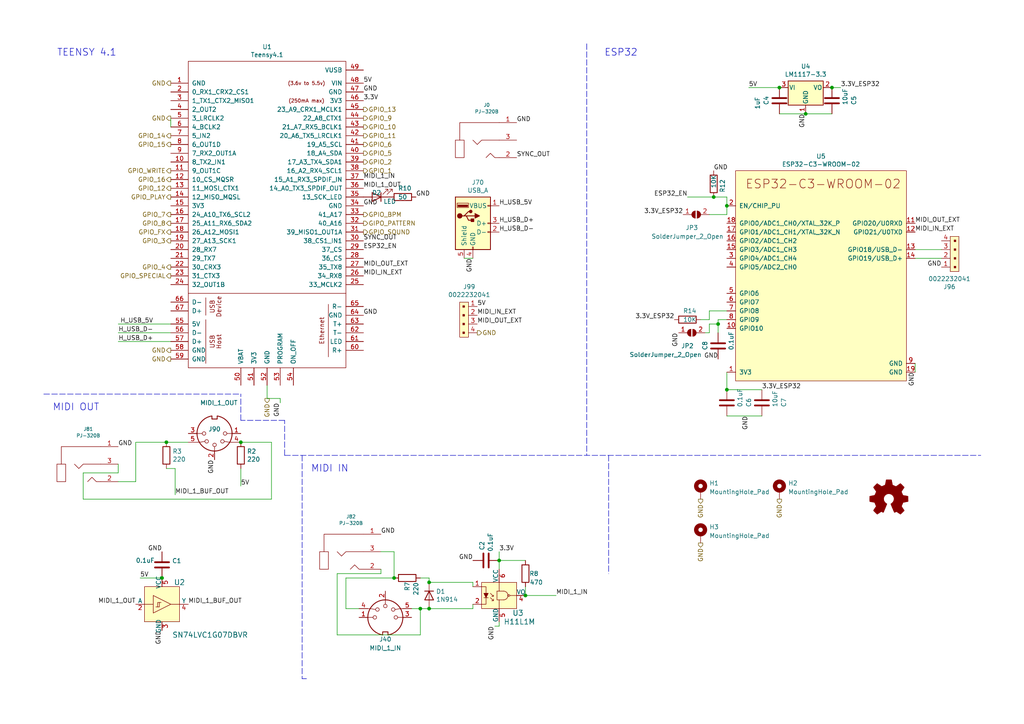
<source format=kicad_sch>
(kicad_sch (version 20211123) (generator eeschema)
  (paper "A4")
  (title_block (title "Pocket Operator MIDI Adapter") (rev "3.4") (company "Hanz Tech Inc"))
  (lib_symbols
    (symbol "Connector:DIN-5_180degree" (pin_names (offset 1.016))
      (property "Reference" "J" (at 3.175 5.715 0))
      (property "Value" "DIN-5_180degree" (at 0 -6.35 0))
      (symbol "DIN-5_180degree_0_1"
        (arc (start -5.08 0) (mid -3.8597 -3.3379) (end -0.762 -5.08) (stroke (width 0.254)))
        (circle (center -3.048 0) (radius 0.508))
        (circle (center -2.286 2.286) (radius 0.508))
        (polyline (pts (xy -5.08 0) (xy -3.556 0)))
        (polyline (pts (xy 0 5.08) (xy 0 3.81)))
        (polyline (pts (xy 5.08 0) (xy 3.556 0)))
        (polyline (pts (xy -5.08 2.54) (xy -4.318 2.54) (xy -2.794 2.286)))
        (polyline (pts (xy 5.08 2.54) (xy 4.318 2.54) (xy 2.794 2.286)))
        (polyline (pts (xy -0.762 -4.953) (xy -0.762 -4.191) (xy 0.762 -4.191) (xy 0.762 -4.953)) (stroke (width 0.254)))
        (circle (center 0 3.302) (radius 0.508))
        (arc (start 0.762 -5.08) (mid 3.8673 -3.3444) (end 5.08 0) (stroke (width 0.254)))
        (circle (center 2.286 2.286) (radius 0.508))
        (circle (center 3.048 0) (radius 0.508))
        (arc (start 5.08 0) (mid 0 5.08) (end -5.08 0) (stroke (width 0.254)))
      )
      (symbol "DIN-5_180degree_1_1"
        (pin passive line (at -7.62 0 0) (length 2.54) (name "~") (number "1"))
        (pin passive line (at 0 7.62 270) (length 2.54) (name "~") (number "2"))
        (pin passive line (at 7.62 0 180) (length 2.54) (name "~") (number "3"))
        (pin passive line (at -7.62 2.54 0) (length 2.54) (name "~") (number "4"))
        (pin passive line (at 7.62 2.54 180) (length 2.54) (name "~") (number "5"))
      )
    )
    (symbol "Connector:USB_A" (pin_names (offset 1.016))
      (property "Reference" "J" (at -5.08 11.43 0))
      (property "Value" "USB_A" (at -5.08 8.89 0))
      (symbol "USB_A_0_1"
        (rectangle (start -5.08 -7.62) (end 5.08 7.62) (stroke (width 0.254)) (fill (type background)))
        (circle (center -3.81 2.159) (radius 0.635) (stroke (width 0.254)) (fill (type outline)))
        (rectangle (start -1.524 4.826) (end -4.318 5.334) (fill (type outline)))
        (rectangle (start -1.27 4.572) (end -4.572 5.842))
        (circle (center -0.635 3.429) (radius 0.381) (stroke (width 0.254)) (fill (type outline)))
        (rectangle (start -0.127 -7.62) (end 0.127 -6.858))
        (polyline (pts (xy -3.175 2.159) (xy -2.54 2.159) (xy -1.27 3.429) (xy -0.635 3.429)) (stroke (width 0.254)))
        (polyline (pts (xy -2.54 2.159) (xy -1.905 2.159) (xy -1.27 0.889) (xy 0 0.889)) (stroke (width 0.254)))
        (polyline (pts (xy 0.635 2.794) (xy 0.635 1.524) (xy 1.905 2.159) (xy 0.635 2.794)) (stroke (width 0.254)) (fill (type outline)))
        (rectangle (start 0.254 1.27) (end -0.508 0.508) (stroke (width 0.254)) (fill (type outline)))
        (rectangle (start 5.08 -2.667) (end 4.318 -2.413))
        (rectangle (start 5.08 -0.127) (end 4.318 0.127))
        (rectangle (start 5.08 4.953) (end 4.318 5.207))
      )
      (symbol "USB_A_1_1"
        (polyline (pts (xy -1.905 2.159) (xy 0.635 2.159)) (stroke (width 0.254)))
        (pin power_in line (at 7.62 5.08 180) (length 2.54) (name "VBUS") (number "1"))
        (pin bidirectional line (at 7.62 -2.54 180) (length 2.54) (name "D-") (number "2"))
        (pin bidirectional line (at 7.62 0 180) (length 2.54) (name "D+") (number "3"))
        (pin power_in line (at 0 -10.16 90) (length 2.54) (name "GND") (number "4"))
        (pin passive line (at -2.54 -10.16 90) (length 2.54) (name "Shield") (number "5"))
      )
    )
    (symbol "Device:C" (pin_numbers hide) (pin_names (offset 0.254))
      (property "Reference" "C" (at 0.635 2.54 0))
      (property "Value" "C" (at 0.635 -2.54 0))
      (symbol "C_0_1"
        (polyline (pts (xy -2.032 -0.762) (xy 2.032 -0.762)) (stroke (width 0.508)))
        (polyline (pts (xy -2.032 0.762) (xy 2.032 0.762)) (stroke (width 0.508)))
      )
      (symbol "C_1_1"
        (pin passive line (at 0 3.81 270) (length 2.794) (name "~") (number "1"))
        (pin passive line (at 0 -3.81 90) (length 2.794) (name "~") (number "2"))
      )
    )
    (symbol "Device:LED" (pin_numbers hide) (pin_names (offset 1.016) hide)
      (property "Reference" "D" (at 0 2.54 0))
      (property "Value" "LED" (at 0 -2.54 0))
      (symbol "LED_0_1"
        (polyline (pts (xy -1.27 -1.27) (xy -1.27 1.27)) (stroke (width 0.254)))
        (polyline (pts (xy -1.27 0) (xy 1.27 0)))
        (polyline (pts (xy 1.27 -1.27) (xy 1.27 1.27) (xy -1.27 0) (xy 1.27 -1.27)) (stroke (width 0.254)))
        (polyline (pts (xy -3.048 -0.762) (xy -4.572 -2.286) (xy -3.81 -2.286) (xy -4.572 -2.286) (xy -4.572 -1.524)))
        (polyline (pts (xy -1.778 -0.762) (xy -3.302 -2.286) (xy -2.54 -2.286) (xy -3.302 -2.286) (xy -3.302 -1.524)))
      )
      (symbol "LED_1_1"
        (pin passive line (at -3.81 0 0) (length 2.54) (name "K") (number "1"))
        (pin passive line (at 3.81 0 180) (length 2.54) (name "A") (number "2"))
      )
    )
    (symbol "Device:R" (pin_numbers hide) (pin_names (offset 0))
      (property "Reference" "R" (at 2.032 0 90))
      (property "Value" "R" (at 0 0 90))
      (symbol "R_0_1"
        (rectangle (start -1.016 -2.54) (end 1.016 2.54) (stroke (width 0.254)))
      )
      (symbol "R_1_1"
        (pin passive line (at 0 3.81 270) (length 1.27) (name "~") (number "1"))
        (pin passive line (at 0 -3.81 90) (length 1.27) (name "~") (number "2"))
      )
    )
    (symbol "Diode:1N914" (pin_numbers hide) (pin_names (offset 1.016) hide)
      (property "Reference" "D" (at 0 2.54 0))
      (property "Value" "1N914" (at 0 -2.54 0))
      (symbol "1N914_0_1"
        (polyline (pts (xy -1.27 1.27) (xy -1.27 -1.27)) (stroke (width 0.254)))
        (polyline (pts (xy 1.27 0) (xy -1.27 0)))
        (polyline (pts (xy 1.27 1.27) (xy 1.27 -1.27) (xy -1.27 0) (xy 1.27 1.27)) (stroke (width 0.254)))
      )
      (symbol "1N914_1_1"
        (pin passive line (at -3.81 0 0) (length 2.54) (name "K") (number "1"))
        (pin passive line (at 3.81 0 180) (length 2.54) (name "A") (number "2"))
      )
    )
    (symbol "Graphic:Logo_Open_Hardware_Small" (pin_names (offset 1.016))
      (symbol "Logo_Open_Hardware_Small_0_1"
        (polyline (pts (xy 3.3528 -4.3434) (xy 3.302 -4.318) (xy 3.175 -4.2418) (xy 2.9972 -4.1148) (xy 2.7686 -3.9624) (xy 2.54 -3.81) (xy 2.3622 -3.7084) (xy 2.2352 -3.6068) (xy 2.1844 -3.5814) (xy 2.159 -3.6068) (xy 2.0574 -3.6576) (xy 1.905 -3.7338) (xy 1.8034 -3.7846) (xy 1.6764 -3.8354) (xy 1.6002 -3.8354) (xy 1.6002 -3.8354) (xy 1.5494 -3.7338) (xy 1.4732 -3.5306) (xy 1.3462 -3.302) (xy 1.2446 -3.0226) (xy 1.1176 -2.7178) (xy 0.9652 -2.413) (xy 0.8636 -2.1082) (xy 0.7366 -1.8288) (xy 0.6604 -1.6256) (xy 0.6096 -1.4732) (xy 0.5842 -1.397) (xy 0.5842 -1.397) (xy 0.6604 -1.3208) (xy 0.7874 -1.2446) (xy 1.0414 -1.016) (xy 1.2954 -0.6858) (xy 1.4478 -0.3302) (xy 1.524 0.0762) (xy 1.4732 0.4572) (xy 1.3208 0.8128) (xy 1.0668 1.143) (xy 0.762 1.3716) (xy 0.4064 1.524) (xy 0 1.5748) (xy -0.381 1.5494) (xy -0.7366 1.397) (xy -1.0668 1.143) (xy -1.2192 0.9906) (xy -1.397 0.6604) (xy -1.524 0.3048) (xy -1.524 0.2286) (xy -1.4986 -0.1778) (xy -1.397 -0.5334) (xy -1.1938 -0.8636) (xy -0.9144 -1.143) (xy -0.8636 -1.1684) (xy -0.7366 -1.27) (xy -0.635 -1.3462) (xy -0.5842 -1.397) (xy -1.0668 -2.5908) (xy -1.143 -2.794) (xy -1.2954 -3.1242) (xy -1.397 -3.4036) (xy -1.4986 -3.6322) (xy -1.5748 -3.7846) (xy -1.6002 -3.8354) (xy -1.6002 -3.8354) (xy -1.651 -3.8354) (xy -1.7272 -3.81) (xy -1.905 -3.7338) (xy -2.0066 -3.683) (xy -2.1336 -3.6068) (xy -2.2098 -3.5814) (xy -2.2606 -3.6068) (xy -2.3622 -3.683) (xy -2.54 -3.81) (xy -2.7686 -3.9624) (xy -2.9718 -4.0894) (xy -3.1496 -4.2164) (xy -3.302 -4.318) (xy -3.3528 -4.3434) (xy -3.3782 -4.3434) (xy -3.429 -4.318) (xy -3.5306 -4.2164) (xy -3.7084 -4.064) (xy -3.937 -3.8354) (xy -3.9624 -3.81) (xy -4.1656 -3.6068) (xy -4.318 -3.4544) (xy -4.4196 -3.3274) (xy -4.445 -3.2766) (xy -4.445 -3.2766) (xy -4.4196 -3.2258) (xy -4.318 -3.0734) (xy -4.2164 -2.8956) (xy -4.064 -2.667) (xy -3.6576 -2.0828) (xy -3.8862 -1.5494) (xy -3.937 -1.3716) (xy -4.0386 -1.1684) (xy -4.0894 -1.0414) (xy -4.1148 -0.9652) (xy -4.191 -0.9398) (xy -4.318 -0.9144) (xy -4.5466 -0.8636) (xy -4.8006 -0.8128) (xy -5.0546 -0.7874) (xy -5.2578 -0.7366) (xy -5.4356 -0.7112) (xy -5.5118 -0.6858) (xy -5.5118 -0.6858) (xy -5.5372 -0.635) (xy -5.5372 -0.5588) (xy -5.5372 -0.4318) (xy -5.5626 -0.2286) (xy -5.5626 0.0762) (xy -5.5626 0.127) (xy -5.5372 0.4064) (xy -5.5372 0.635) (xy -5.5372 0.762) (xy -5.5372 0.8382) (xy -5.5372 0.8382) (xy -5.461 0.8382) (xy -5.3086 0.889) (xy -5.08 0.9144) (xy -4.826 0.9652) (xy -4.8006 0.9906) (xy -4.5466 1.0414) (xy -4.318 1.0668) (xy -4.1656 1.1176) (xy -4.0894 1.143) (xy -4.0894 1.143) (xy -4.0386 1.2446) (xy -3.9624 1.4224) (xy -3.8608 1.6256) (xy -3.7846 1.8288) (xy -3.7084 2.0066) (xy -3.6576 2.159) (xy -3.6322 2.2098) (xy -3.6322 2.2098) (xy -3.683 2.286) (xy -3.7592 2.413) (xy -3.8862 2.5908) (xy -4.064 2.8194) (xy -4.064 2.8448) (xy -4.2164 3.0734) (xy -4.3434 3.2512) (xy -4.4196 3.3782) (xy -4.445 3.4544) (xy -4.445 3.4544) (xy -4.3942 3.5052) (xy -4.2926 3.6322) (xy -4.1148 3.81) (xy -3.937 4.0132) (xy -3.8608 4.064) (xy -3.6576 4.2926) (xy -3.5052 4.4196) (xy -3.4036 4.4958) (xy -3.3528 4.5212) (xy -3.3528 4.5212) (xy -3.302 4.4704) (xy -3.1496 4.3688) (xy -2.9718 4.2418) (xy -2.7432 4.0894) (xy -2.7178 4.0894) (xy -2.4892 3.937) (xy -2.3114 3.81) (xy -2.1844 3.7084) (xy -2.1336 3.683) (xy -2.1082 3.683) (xy -2.032 3.7084) (xy -1.8542 3.7592) (xy -1.6764 3.8354) (xy -1.4732 3.937) (xy -1.27 4.0132) (xy -1.143 4.064) (xy -1.0668 4.1148) (xy -1.0668 4.1148) (xy -1.0414 4.191) (xy -1.016 4.3434) (xy -0.9652 4.572) (xy -0.9144 4.8514) (xy -0.889 4.9022) (xy -0.8382 5.1562) (xy -0.8128 5.3848) (xy -0.7874 5.5372) (xy -0.762 5.588) (xy -0.7112 5.6134) (xy -0.5842 5.6134) (xy -0.4064 5.6134) (xy -0.1524 5.6134) (xy 0.0762 5.6134) (xy 0.3302 5.6134) (xy 0.5334 5.6134) (xy 0.6858 5.588) (xy 0.7366 5.588) (xy 0.7366 5.588) (xy 0.762 5.5118) (xy 0.8128 5.334) (xy 0.8382 5.1054) (xy 0.9144 4.826) (xy 0.9144 4.7752) (xy 0.9652 4.5212) (xy 1.016 4.2926) (xy 1.0414 4.1402) (xy 1.0668 4.0894) (xy 1.0668 4.0894) (xy 1.1938 4.0386) (xy 1.3716 3.9624) (xy 1.5748 3.8608) (xy 2.0828 3.6576) (xy 2.7178 4.0894) (xy 2.7686 4.1402) (xy 2.9972 4.2926) (xy 3.175 4.4196) (xy 3.302 4.4958) (xy 3.3782 4.5212) (xy 3.3782 4.5212) (xy 3.429 4.4704) (xy 3.556 4.3434) (xy 3.7338 4.191) (xy 3.9116 3.9878) (xy 4.064 3.8354) (xy 4.2418 3.6576) (xy 4.3434 3.556) (xy 4.4196 3.4798) (xy 4.4196 3.429) (xy 4.4196 3.4036) (xy 4.3942 3.3274) (xy 4.2926 3.2004) (xy 4.1656 2.9972) (xy 4.0132 2.794) (xy 3.8862 2.5908) (xy 3.7592 2.3876) (xy 3.6576 2.2352) (xy 3.6322 2.159) (xy 3.6322 2.1336) (xy 3.683 2.0066) (xy 3.7592 1.8288) (xy 3.8608 1.6002) (xy 4.064 1.1176) (xy 4.3942 1.0414) (xy 4.5974 1.016) (xy 4.8768 0.9652) (xy 5.1308 0.9144) (xy 5.5372 0.8382) (xy 5.5626 -0.6604) (xy 5.4864 -0.6858) (xy 5.4356 -0.6858) (xy 5.2832 -0.7366) (xy 5.0546 -0.762) (xy 4.8006 -0.8128) (xy 4.5974 -0.8636) (xy 4.3688 -0.9144) (xy 4.2164 -0.9398) (xy 4.1402 -0.9398) (xy 4.1148 -0.9652) (xy 4.064 -1.0668) (xy 3.9878 -1.2446) (xy 3.9116 -1.4478) (xy 3.81 -1.651) (xy 3.7338 -1.8542) (xy 3.683 -2.0066) (xy 3.6576 -2.0828) (xy 3.683 -2.1336) (xy 3.7846 -2.2606) (xy 3.8862 -2.4638) (xy 4.0386 -2.667) (xy 4.191 -2.8956) (xy 4.318 -3.0734) (xy 4.3942 -3.2004) (xy 4.445 -3.2766) (xy 4.4196 -3.3274) (xy 4.3434 -3.429) (xy 4.1656 -3.5814) (xy 3.937 -3.8354) (xy 3.8862 -3.8608) (xy 3.683 -4.064) (xy 3.5306 -4.2164) (xy 3.4036 -4.318) (xy 3.3528 -4.3434)) (fill (type outline)))
      )
    )
    (symbol "Jumper:SolderJumper_2_Open" (pin_names (offset 0) hide)
      (property "Reference" "JP" (at 0 2.032 0))
      (property "Value" "SolderJumper_2_Open" (at 0 -2.54 0))
      (symbol "SolderJumper_2_Open_0_1"
        (arc (start -0.254 1.016) (mid -1.27 0) (end -0.254 -1.016))
        (arc (start -0.254 1.016) (mid -1.27 0) (end -0.254 -1.016) (fill (type outline)))
        (polyline (pts (xy -0.254 1.016) (xy -0.254 -1.016)))
        (polyline (pts (xy 0.254 1.016) (xy 0.254 -1.016)))
        (arc (start 0.254 -1.016) (mid 1.27 0) (end 0.254 1.016))
        (arc (start 0.254 -1.016) (mid 1.27 0) (end 0.254 1.016) (fill (type outline)))
      )
      (symbol "SolderJumper_2_Open_1_1"
        (pin passive line (at -3.81 0 0) (length 2.54) (name "A") (number "1"))
        (pin passive line (at 3.81 0 180) (length 2.54) (name "B") (number "2"))
      )
    )
    (symbol "Mechanical:MountingHole_Pad" (pin_numbers hide) (pin_names (offset 1.016) hide)
      (property "Reference" "H" (at 0 6.35 0))
      (property "Value" "MountingHole_Pad" (at 0 4.445 0))
      (symbol "MountingHole_Pad_0_1"
        (circle (center 0 1.27) (radius 1.27) (stroke (width 1.27)))
      )
      (symbol "MountingHole_Pad_1_1"
        (pin input line (at 0 -2.54 90) (length 2.54) (name "1") (number "1"))
      )
    )
    (symbol "Regulator_Linear:LM1117-3.3" (pin_names (offset 0.254))
      (property "Reference" "U" (at -3.81 3.175 0))
      (property "Value" "LM1117-3.3" (at 0 3.175 0))
      (symbol "LM1117-3.3_0_1"
        (rectangle (start -5.08 -5.08) (end 5.08 1.905) (stroke (width 0.254)) (fill (type background)))
      )
      (symbol "LM1117-3.3_1_1"
        (pin power_in line (at 0 -7.62 90) (length 2.54) (name "GND") (number "1"))
        (pin power_out line (at 7.62 0 180) (length 2.54) (name "VO") (number "2"))
        (pin power_in line (at -7.62 0 0) (length 2.54) (name "VI") (number "3"))
      )
    )
    (symbol "dk_Logic-Buffers-Drivers-Receivers-Transceivers:SN74LVC1G07DBVR" (pin_names (offset 0))
      (property "Reference" "U" (at -2.54 6.35 0))
      (property "Value" "SN74LVC1G07DBVR" (at 1.905 -6.35 0))
      (symbol "SN74LVC1G07DBVR_0_1"
        (rectangle (start -5.08 5.08) (end 5.08 -5.08) (fill (type background)))
        (polyline (pts (xy -2.54 0) (xy -5.08 0)))
        (polyline (pts (xy 2.54 0) (xy 5.08 0)) (fill (type background)))
        (polyline (pts (xy -2.54 2.54) (xy -2.54 -2.54) (xy 2.54 0) (xy -2.54 2.54)) (fill (type background)))
        (polyline (pts (xy -1.778 -0.762) (xy -1.27 -0.762) (xy -1.27 0.508) (xy -0.762 0.508)))
        (polyline (pts (xy -0.254 0.508) (xy -0.762 0.508) (xy -0.762 -0.762) (xy -1.27 -0.762)))
      )
      (symbol "SN74LVC1G07DBVR_1_1"
        (pin no_connect line (at -7.62 -5.08 0) (length 2.54) hide (name "NC") (number "1"))
        (pin input line (at -7.62 0 0) (length 2.54) (name "A") (number "2"))
        (pin power_in line (at 0 -7.62 90) (length 2.54) (name "GND") (number "3"))
        (pin output line (at 7.62 0 180) (length 2.54) (name "Y") (number "4"))
        (pin power_in line (at 0 7.62 270) (length 2.54) (name "VCC") (number "5"))
      )
    )
    (symbol "dk_Optoisolators-Logic-Output:H11L1M" (pin_names (offset 0))
      (property "Reference" "U" (at -5.08 6.35 0))
      (property "Value" "H11L1M" (at 3.175 -6.35 0))
      (symbol "H11L1M_0_1"
        (polyline (pts (xy -4.445 -0.635) (xy -3.175 -0.635)))
        (polyline (pts (xy -0.635 1.27) (xy 1.27 1.27)))
        (polyline (pts (xy 0 -5.08) (xy 0 -1.27)))
        (polyline (pts (xy 0 5.08) (xy 0 1.27)))
        (polyline (pts (xy 3.175 0) (xy 5.08 0)))
        (polyline (pts (xy -5.08 2.54) (xy -3.81 2.54) (xy -3.81 0)))
        (polyline (pts (xy -3.81 -0.635) (xy -3.81 -2.54) (xy -5.08 -2.54)))
        (polyline (pts (xy -0.635 1.27) (xy -0.635 -1.27) (xy 1.27 -1.27)))
        (polyline (pts (xy -3.81 -0.635) (xy -4.445 0.635) (xy -3.175 0.635) (xy -3.81 -0.635)) (fill (type outline)))
        (polyline (pts (xy -2.54 -0.635) (xy -1.651 -1.524) (xy -1.651 -1.016) (xy -1.651 -1.524) (xy -2.159 -1.524)))
        (polyline (pts (xy -2.54 0.635) (xy -1.651 -0.254) (xy -1.651 0.127) (xy -1.651 -0.254) (xy -2.159 -0.254)))
        (arc (start 1.27 -1.27) (mid 2.54 0) (end 1.27 1.27))
        (circle (center 2.54 0) (radius 0.0001))
        (circle (center 2.794 0) (radius 0.2794))
      )
      (symbol "H11L1M_1_1"
        (rectangle (start -5.08 3.81) (end 5.08 -3.81) (fill (type background)))
        (pin passive line (at -7.62 2.54 0) (length 2.54) (name "~") (number "1"))
        (pin passive line (at -7.62 -2.54 0) (length 2.54) (name "~") (number "2"))
        (pin no_connect line (at 5.08 -2.54 180) (length 2.54) hide (name "NC") (number "3"))
        (pin output line (at 7.62 0 180) (length 2.54) (name "VO") (number "4"))
        (pin power_in line (at 0 -7.62 90) (length 3.81) (name "GND") (number "5"))
        (pin power_in line (at 0 7.62 270) (length 3.81) (name "VCC") (number "6"))
      )
    )
    (symbol "dk_Rectangular-Connectors-Headers-Male-Pins:0022232041" (pin_names (offset 1.016))
      (property "Reference" "J" (at -2.54 1.27 0))
      (property "Value" "0022232041" (at 3.81 -3.81 0))
      (symbol "0022232041_1_1"
        (rectangle (start -1.27 0) (end 8.89 -2.54) (fill (type background)))
        (rectangle (start -0.254 -1.143) (end 0.254 -1.651) (fill (type outline)))
        (rectangle (start 2.286 -1.143) (end 2.794 -1.651) (fill (type outline)))
        (rectangle (start 4.826 -1.143) (end 5.334 -1.651) (fill (type outline)))
        (rectangle (start 7.366 -1.143) (end 7.874 -1.651) (fill (type outline)))
        (pin passive line (at 0 2.54 270) (length 2.54) (name "~") (number "1"))
        (pin passive line (at 2.54 2.54 270) (length 2.54) (name "~") (number "2"))
        (pin passive line (at 5.08 2.54 270) (length 2.54) (name "~") (number "3"))
        (pin passive line (at 7.62 2.54 270) (length 2.54) (name "~") (number "4"))
      )
    )
    (symbol "poma:ESP32-C3-WROOM-02" (pin_names (offset 1.016))
      (property "Reference" "U" (at 0 33.02 0))
      (property "Value" "ESP32-C3-WROOM-02" (at 0 -30.48 0))
      (symbol "ESP32-C3-WROOM-02_0_0"
        (text "ESP32-C3-WROOM-02" (at 1.27 27.94 0) (effects (font (size 2.54 2.54))))
      )
      (symbol "ESP32-C3-WROOM-02_0_1"
        (rectangle (start -24.13 31.75) (end 25.4 -29.21) (fill (type background)))
      )
      (symbol "ESP32-C3-WROOM-02_1_1"
        (pin power_in line (at -26.67 -26.67 0) (length 2.54) (name "3V3") (number "1"))
        (pin bidirectional line (at -26.67 -13.97 0) (length 2.54) (name "GPIO10") (number "10"))
        (pin bidirectional line (at 27.94 16.51 180) (length 2.54) (name "GPIO20/U0RXD") (number "11"))
        (pin bidirectional line (at 27.94 13.97 180) (length 2.54) (name "GPIO21/U0TXD") (number "12"))
        (pin bidirectional line (at 27.94 8.89 180) (length 2.54) (name "GPIO18/USB_D-") (number "13"))
        (pin bidirectional line (at 27.94 6.35 180) (length 2.54) (name "GPIO19/USB_D+") (number "14"))
        (pin bidirectional line (at -26.67 8.89 0) (length 2.54) (name "GPIO3/ADC1_CH3") (number "15"))
        (pin bidirectional line (at -26.67 11.43 0) (length 2.54) (name "GPIO2/ADC1_CH2") (number "16"))
        (pin bidirectional line (at -26.67 13.97 0) (length 2.54) (name "GPIO1/ADC1_CH1/XTAL_32K_N") (number "17"))
        (pin bidirectional line (at -26.67 16.51 0) (length 2.54) (name "GPIO0/ADC1_CH0/XTAL_32K_P") (number "18"))
        (pin power_in line (at 27.94 -26.67 180) (length 2.54) (name "GND") (number "19"))
        (pin input line (at -26.67 21.59 0) (length 2.54) (name "EN/CHIP_PU") (number "2"))
        (pin bidirectional line (at -26.67 6.35 0) (length 2.54) (name "GPIO4/ADC1_CH4") (number "3"))
        (pin bidirectional line (at -26.67 3.81 0) (length 2.54) (name "GPIO5/ADC2_CH0") (number "4"))
        (pin bidirectional line (at -26.67 -3.81 0) (length 2.54) (name "GPIO6") (number "5"))
        (pin bidirectional line (at -26.67 -6.35 0) (length 2.54) (name "GPIO7") (number "6"))
        (pin bidirectional line (at -26.67 -8.89 0) (length 2.54) (name "GPIO8") (number "7"))
        (pin bidirectional line (at -26.67 -11.43 0) (length 2.54) (name "GPIO9") (number "8"))
        (pin power_in line (at 27.94 -24.13 180) (length 2.54) (name "GND") (number "9"))
      )
    )
    (symbol "poma:PJ-320B" (pin_names (offset 1.016))
      (property "Reference" "U" (at 0 12.7 0))
      (property "Value" "PJ-320B" (at 0 11.43 0))
      (symbol "PJ-320B_0_1"
        (rectangle (start -5.08 2.54) (end -7.62 -2.54))
        (polyline (pts (xy 5.08 7.62) (xy -6.35 7.62) (xy -6.35 2.54)))
        (polyline (pts (xy 1.27 -2.54) (xy 2.54 -1.27) (xy 3.81 -2.54) (xy 5.08 -2.54)))
        (polyline (pts (xy 5.08 2.54) (xy 0 2.54) (xy -1.27 1.27) (xy -2.54 2.54)))
      )
      (symbol "PJ-320B_1_1"
        (pin output line (at 10.16 7.62 180) (length 5.08) (name "~") (number "1"))
        (pin output line (at 10.16 -2.54 180) (length 5.08) (name "~") (number "2"))
        (pin output line (at 10.16 2.54 180) (length 5.08) (name "~") (number "3"))
      )
    )
    (symbol "poma:Teensy4.1" (pin_names (offset 1.016))
      (property "Reference" "U" (at 0 64.77 0))
      (property "Value" "Teensy4.1" (at 0 62.23 0))
      (symbol "Teensy4.1_0_0"
        (polyline (pts (xy -22.86 -6.35) (xy 22.86 -6.35)))
        (polyline (pts (xy -17.78 -26.67) (xy -17.78 -13.97)))
        (polyline (pts (xy -17.78 -7.62) (xy -17.78 -12.7)))
        (polyline (pts (xy 17.78 -9.525) (xy 17.78 -24.765)))
        (text "(250mA max)" (at 11.43 49.53 0) (effects (font (size 1.016 1.016))))
        (text "(3.6v to 5.5v)" (at 11.43 54.61 0) (effects (font (size 1.016 1.016))))
        (text "Device" (at -13.97 -10.16 900) (effects (font (size 1.27 1.27))))
        (text "Ethernet" (at 15.875 -17.145 900) (effects (font (size 1.27 1.27))))
        (text "Host" (at -13.97 -20.32 900) (effects (font (size 1.27 1.27))))
        (text "USB" (at -15.875 -20.32 900) (effects (font (size 1.27 1.27))))
        (text "USB" (at -15.875 -10.16 900) (effects (font (size 1.27 1.27))))
        (pin bidirectional line (at -27.94 31.75 0) (length 5.08) (name "8_TX2_IN1") (number "10"))
        (pin bidirectional line (at -27.94 29.21 0) (length 5.08) (name "9_OUT1C") (number "11"))
        (pin bidirectional line (at -27.94 26.67 0) (length 5.08) (name "10_CS_MQSR") (number "12"))
        (pin bidirectional line (at -27.94 24.13 0) (length 5.08) (name "11_MOSI_CTX1") (number "13"))
        (pin bidirectional line (at -27.94 21.59 0) (length 5.08) (name "12_MISO_MQSL") (number "14"))
        (pin power_in line (at -27.94 19.05 0) (length 5.08) (name "3V3") (number "15"))
        (pin bidirectional line (at -27.94 16.51 0) (length 5.08) (name "24_A10_TX6_SCL2") (number "16"))
        (pin bidirectional line (at -27.94 13.97 0) (length 5.08) (name "25_A11_RX6_SDA2") (number "17"))
        (pin bidirectional line (at -27.94 11.43 0) (length 5.08) (name "26_A12_MOSI1") (number "18"))
        (pin bidirectional line (at -27.94 8.89 0) (length 5.08) (name "27_A13_SCK1") (number "19"))
        (pin bidirectional line (at -27.94 6.35 0) (length 5.08) (name "28_RX7") (number "20"))
        (pin bidirectional line (at -27.94 3.81 0) (length 5.08) (name "29_TX7") (number "21"))
        (pin bidirectional line (at -27.94 1.27 0) (length 5.08) (name "30_CRX3") (number "22"))
        (pin bidirectional line (at -27.94 -1.27 0) (length 5.08) (name "31_CTX3") (number "23"))
        (pin bidirectional line (at -27.94 -3.81 0) (length 5.08) (name "32_OUT1B") (number "24"))
        (pin bidirectional line (at 27.94 -3.81 180) (length 5.08) (name "33_MCLK2") (number "25"))
        (pin bidirectional line (at 27.94 -1.27 180) (length 5.08) (name "34_RX8") (number "26"))
        (pin bidirectional line (at 27.94 1.27 180) (length 5.08) (name "35_TX8") (number "27"))
        (pin bidirectional line (at 27.94 3.81 180) (length 5.08) (name "36_CS") (number "28"))
        (pin bidirectional line (at 27.94 6.35 180) (length 5.08) (name "37_CS") (number "29"))
        (pin bidirectional line (at 27.94 8.89 180) (length 5.08) (name "38_CS1_IN1") (number "30"))
        (pin bidirectional line (at 27.94 11.43 180) (length 5.08) (name "39_MISO1_OUT1A") (number "31"))
        (pin bidirectional line (at 27.94 13.97 180) (length 5.08) (name "40_A16") (number "32"))
        (pin bidirectional line (at 27.94 16.51 180) (length 5.08) (name "41_A17") (number "33"))
        (pin bidirectional line (at 27.94 21.59 180) (length 5.08) (name "13_SCK_LED") (number "35"))
        (pin bidirectional line (at 27.94 24.13 180) (length 5.08) (name "14_A0_TX3_SPDIF_OUT") (number "36"))
        (pin bidirectional line (at 27.94 26.67 180) (length 5.08) (name "15_A1_RX3_SPDIF_IN") (number "37"))
        (pin bidirectional line (at 27.94 29.21 180) (length 5.08) (name "16_A2_RX4_SCL1") (number "38"))
        (pin bidirectional line (at 27.94 31.75 180) (length 5.08) (name "17_A3_TX4_SDA1") (number "39"))
        (pin bidirectional line (at 27.94 34.29 180) (length 5.08) (name "18_A4_SDA") (number "40"))
        (pin bidirectional line (at 27.94 36.83 180) (length 5.08) (name "19_A5_SCL") (number "41"))
        (pin bidirectional line (at 27.94 39.37 180) (length 5.08) (name "20_A6_TX5_LRCLK1") (number "42"))
        (pin bidirectional line (at 27.94 41.91 180) (length 5.08) (name "21_A7_RX5_BCLK1") (number "43"))
        (pin bidirectional line (at 27.94 44.45 180) (length 5.08) (name "22_A8_CTX1") (number "44"))
        (pin bidirectional line (at 27.94 46.99 180) (length 5.08) (name "23_A9_CRX1_MCLK1") (number "45"))
        (pin power_in line (at 27.94 49.53 180) (length 5.08) (name "3V3") (number "46"))
        (pin power_in line (at 27.94 52.07 180) (length 5.08) (name "GND") (number "47"))
        (pin power_in line (at 27.94 54.61 180) (length 5.08) (name "VIN") (number "48"))
        (pin power_out line (at 27.94 58.42 180) (length 5.08) (name "VUSB") (number "49"))
        (pin bidirectional line (at -27.94 44.45 0) (length 5.08) (name "3_LRCLK2") (number "5"))
        (pin power_in line (at -7.62 -33.02 90) (length 5.08) (name "VBAT") (number "50"))
        (pin power_in line (at -3.81 -33.02 90) (length 5.08) (name "3V3") (number "51"))
        (pin power_out line (at 0 -33.02 90) (length 5.08) (name "GND") (number "52"))
        (pin input line (at 3.81 -33.02 90) (length 5.08) (name "PROGRAM") (number "53"))
        (pin input line (at 7.62 -33.02 90) (length 5.08) (name "ON_OFF") (number "54"))
        (pin power_out line (at -27.94 -15.24 0) (length 5.08) (name "5V") (number "55"))
        (pin bidirectional line (at -27.94 -17.78 0) (length 5.08) (name "D-") (number "56"))
        (pin bidirectional line (at -27.94 -20.32 0) (length 5.08) (name "D+") (number "57"))
        (pin power_in line (at -27.94 -22.86 0) (length 5.08) (name "GND") (number "58"))
        (pin power_in line (at -27.94 -25.4 0) (length 5.08) (name "GND") (number "59"))
        (pin bidirectional line (at -27.94 41.91 0) (length 5.08) (name "4_BCLK2") (number "6"))
        (pin bidirectional line (at 27.94 -22.86 180) (length 5.08) (name "R+") (number "60"))
        (pin bidirectional line (at 27.94 -20.32 180) (length 5.08) (name "LED") (number "61"))
        (pin bidirectional line (at 27.94 -17.78 180) (length 5.08) (name "T-") (number "62"))
        (pin bidirectional line (at 27.94 -15.24 180) (length 5.08) (name "T+") (number "63"))
        (pin power_in line (at 27.94 -12.7 180) (length 5.08) (name "GND") (number "64"))
        (pin bidirectional line (at 27.94 -10.16 180) (length 5.08) (name "R-") (number "65"))
        (pin bidirectional line (at -27.94 -8.89 0) (length 5.08) (name "D-") (number "66"))
        (pin bidirectional line (at -27.94 -11.43 0) (length 5.08) (name "D+") (number "67"))
        (pin bidirectional line (at -27.94 39.37 0) (length 5.08) (name "5_IN2") (number "7"))
        (pin bidirectional line (at -27.94 36.83 0) (length 5.08) (name "6_OUT1D") (number "8"))
        (pin bidirectional line (at -27.94 34.29 0) (length 5.08) (name "7_RX2_OUT1A") (number "9"))
      )
      (symbol "Teensy4.1_0_1"
        (rectangle (start -22.86 60.96) (end 22.86 -27.94))
        (rectangle (start -20.32 -1.27) (end -20.32 -1.27))
      )
      (symbol "Teensy4.1_1_1"
        (pin power_in line (at -27.94 54.61 0) (length 5.08) (name "GND") (number "1"))
        (pin bidirectional line (at -27.94 52.07 0) (length 5.08) (name "0_RX1_CRX2_CS1") (number "2"))
        (pin bidirectional line (at -27.94 49.53 0) (length 5.08) (name "1_TX1_CTX2_MISO1") (number "3"))
        (pin power_in line (at 27.94 19.05 180) (length 5.08) (name "GND") (number "34"))
        (pin bidirectional line (at -27.94 46.99 0) (length 5.08) (name "2_OUT2") (number "4"))
      )
    )
  )
  (junction (at 233.68 33.02))
  (junction (at 69.85 128.27))
  (junction (at 210.82 113.03))
  (junction (at 208.28 93.98))
  (junction (at 124.46 176.53))
  (junction (at 226.06 25.4))
  (junction (at 210.82 59.69))
  (junction (at 207.01 57.15))
  (junction (at 124.46 168.91))
  (junction (at 144.78 162.56))
  (junction (at 48.26 128.27))
  (junction (at 114.3 167.64))
  (junction (at 121.92 176.53))
  (junction (at 241.3 25.4))
  (junction (at 46.99 167.64))
  (junction (at 152.4 172.72))
  (wire (pts (xy 97.79 184.15) (xy 121.92 184.15)))
  (wire (pts (xy 233.68 33.02) (xy 241.3 33.02)))
  (polyline (pts (xy 82.55 121.92) (xy 69.85 121.92)))
  (wire (pts (xy 97.79 166.37) (xy 97.79 184.15)))
  (wire (pts (xy 39.37 128.27) (xy 39.37 139.7)))
  (wire (pts (xy 205.74 62.23) (xy 210.82 62.23)))
  (wire (pts (xy 100.33 167.64) (xy 114.3 167.64)))
  (wire (pts (xy 114.3 160.02) (xy 114.3 167.64)))
  (wire (pts (xy 210.82 62.23) (xy 210.82 59.69)))
  (wire (pts (xy 39.37 139.7) (xy 34.29 139.7)))
  (wire (pts (xy 124.46 168.91) (xy 137.16 168.91)))
  (wire (pts (xy 199.39 57.15) (xy 207.01 57.15)))
  (wire (pts (xy 119.38 176.53) (xy 121.92 176.53)))
  (wire (pts (xy 124.46 176.53) (xy 137.16 176.53)))
  (wire (pts (xy 81.28 116.84) (xy 81.28 115.57)))
  (wire (pts (xy 273.05 74.93) (xy 265.43 74.93)))
  (wire (pts (xy 24.13 137.16) (xy 34.29 137.16)))
  (wire (pts (xy 69.85 135.89) (xy 69.85 140.97)))
  (polyline (pts (xy 12.7 114.3) (xy 69.85 114.3)))
  (wire (pts (xy 124.46 167.64) (xy 124.46 168.91)))
  (wire (pts (xy 203.2 92.71) (xy 205.74 92.71)))
  (wire (pts (xy 210.82 57.15) (xy 207.01 57.15)))
  (polyline (pts (xy 170.18 12.7) (xy 170.18 132.08)))
  (wire (pts (xy 78.74 144.78) (xy 24.13 144.78)))
  (wire (pts (xy 143.51 181.61) (xy 144.78 181.61)))
  (wire (pts (xy 134.62 74.93) (xy 137.16 74.93)))
  (wire (pts (xy 137.16 168.91) (xy 137.16 170.18)))
  (wire (pts (xy 100.33 176.53) (xy 100.33 167.64)))
  (wire (pts (xy 49.53 99.06) (xy 34.29 99.06)))
  (wire (pts (xy 121.92 167.64) (xy 124.46 167.64)))
  (wire (pts (xy 49.53 93.98) (xy 34.29 93.98)))
  (wire (pts (xy 265.43 107.95) (xy 265.43 105.41)))
  (wire (pts (xy 24.13 144.78) (xy 24.13 137.16)))
  (wire (pts (xy 78.74 128.27) (xy 78.74 144.78)))
  (polyline (pts (xy 82.55 132.08) (xy 82.55 121.92)))
  (polyline (pts (xy 87.63 132.08) (xy 87.63 196.85)))
  (wire (pts (xy 204.47 96.52) (xy 205.74 96.52)))
  (wire (pts (xy 144.78 181.61) (xy 144.78 180.34)))
  (polyline (pts (xy 176.53 132.08) (xy 176.53 166.37)))
  (wire (pts (xy 137.16 176.53) (xy 137.16 175.26)))
  (polyline (pts (xy 69.85 121.92) (xy 69.85 114.3)))
  (wire (pts (xy 208.28 96.52) (xy 208.28 93.98)))
  (wire (pts (xy 34.29 137.16) (xy 34.29 134.62)))
  (wire (pts (xy 210.82 59.69) (xy 210.82 57.15)))
  (wire (pts (xy 226.06 33.02) (xy 233.68 33.02)))
  (wire (pts (xy 210.82 113.03) (xy 210.82 107.95)))
  (wire (pts (xy 110.49 166.37) (xy 97.79 166.37)))
  (wire (pts (xy 48.26 128.27) (xy 54.61 128.27)))
  (wire (pts (xy 121.92 184.15) (xy 121.92 176.53)))
  (wire (pts (xy 210.82 120.65) (xy 220.98 120.65)))
  (wire (pts (xy 49.53 96.52) (xy 34.29 96.52)))
  (wire (pts (xy 152.4 172.72) (xy 161.29 172.72)))
  (wire (pts (xy 205.74 93.98) (xy 208.28 93.98)))
  (wire (pts (xy 217.17 25.4) (xy 226.06 25.4)))
  (wire (pts (xy 144.78 160.02) (xy 144.78 162.56)))
  (polyline (pts (xy 82.55 132.08) (xy 284.48 132.08)))
  (wire (pts (xy 144.78 165.1) (xy 144.78 162.56)))
  (wire (pts (xy 210.82 113.03) (xy 220.98 113.03)))
  (wire (pts (xy 144.78 162.56) (xy 152.4 162.56)))
  (wire (pts (xy 121.92 176.53) (xy 124.46 176.53)))
  (wire (pts (xy 69.85 128.27) (xy 78.74 128.27)))
  (wire (pts (xy 110.49 160.02) (xy 114.3 160.02)))
  (wire (pts (xy 208.28 93.98) (xy 208.28 92.71)))
  (wire (pts (xy 77.47 115.57) (xy 77.47 111.76)))
  (wire (pts (xy 265.43 72.39) (xy 273.05 72.39)))
  (wire (pts (xy 39.37 128.27) (xy 48.26 128.27)))
  (wire (pts (xy 205.74 90.17) (xy 210.82 90.17)))
  (wire (pts (xy 205.74 96.52) (xy 205.74 93.98)))
  (polyline (pts (xy 87.63 196.85) (xy 88.9 196.85)))
  (wire (pts (xy 104.14 176.53) (xy 100.33 176.53)))
  (wire (pts (xy 241.3 25.4) (xy 243.84 25.4)))
  (wire (pts (xy 40.64 167.64) (xy 46.99 167.64)))
  (wire (pts (xy 50.8 143.51) (xy 50.8 135.89)))
  (wire (pts (xy 49.53 34.29) (xy 49.53 36.83)))
  (wire (pts (xy 152.4 170.18) (xy 152.4 172.72)))
  (wire (pts (xy 208.28 92.71) (xy 210.82 92.71)))
  (wire (pts (xy 205.74 92.71) (xy 205.74 90.17)))
  (wire (pts (xy 110.49 166.37) (xy 110.49 165.1)))
  (wire (pts (xy 81.28 115.57) (xy 77.47 115.57)))
  (wire (pts (xy 50.8 135.89) (xy 48.26 135.89)))
  (text "MIDI OUT" (at 15.24 119.38 0) (effects (font (size 2 2)) (justify left bottom)))
  (text "ESP32" (at 175.26 16.51 0) (effects (font (size 2 2)) (justify left bottom)))
  (text "MIDI IN" (at 90.17 137.16 0) (effects (font (size 2 2)) (justify left bottom)))
  (text "TEENSY 4.1\n" (at 16.51 16.51 0) (effects (font (size 2 2)) (justify left bottom)))
  (label "GND" (at 62.23 133.35 270))
  (label "GND" (at 143.51 181.61 270))
  (label "GND" (at 207.01 49.53 0))
  (label "GND" (at 217.17 120.65 270))
  (label "3.3V_ESP32" (at 243.84 25.4 0))
  (label "3.3V" (at 144.78 160.02 0))
  (label "GND" (at 233.68 33.02 270))
  (label "MIDI_1_OUT" (at 105.41 54.61 0))
  (label "GND" (at 105.41 59.69 0))
  (label "5V" (at 217.17 25.4 0))
  (label "GND" (at 34.29 129.54 0))
  (label "5V" (at 138.43 88.9 0))
  (label "MIDI_1_IN" (at 105.41 52.07 0))
  (label "GND" (at 137.16 74.93 270))
  (label "3.3V_ESP32" (at 198.12 62.23 180))
  (label "GND" (at 81.28 116.84 270))
  (label "ESP32_EN" (at 199.39 57.15 180))
  (label "3.3V_ESP32" (at 195.58 92.71 180))
  (label "MIDI_1_IN" (at 161.29 172.72 0))
  (label "H_USB_5V" (at 44.45 93.98 180))
  (label "MIDI_IN_EXT" (at 265.43 67.31 0))
  (label "GND" (at 137.16 162.56 180))
  (label "MIDI_OUT_EXT" (at 138.43 93.98 0))
  (label "GND" (at 105.41 26.67 0))
  (label "5V" (at 105.41 24.13 0))
  (label "SYNC_OUT" (at 149.86 45.72 0))
  (label "GND" (at 110.49 154.94 0))
  (label "H_USB_D-" (at 144.78 67.31 0))
  (label "MIDI_1_OUT" (at 39.37 175.26 180))
  (label "H_USB_D+" (at 144.78 64.77 0))
  (label "MIDI_OUT_EXT" (at 265.43 64.77 0))
  (label "GND" (at 105.41 91.44 0))
  (label "GND" (at 46.99 160.02 180))
  (label "5V" (at 40.64 167.64 0))
  (label "GND" (at 273.05 77.47 180))
  (label "H_USB_D+" (at 44.45 99.06 180))
  (label "GND" (at 196.85 96.52 270))
  (label "GND" (at 265.43 107.95 270))
  (label "GND" (at 208.28 104.14 180))
  (label "MIDI_IN_EXT" (at 105.41 80.01 0))
  (label "MIDI_IN_EXT" (at 138.43 91.44 0))
  (label "H_USB_5V" (at 144.78 59.69 0))
  (label "ESP32_EN" (at 105.41 72.39 0))
  (label "GND" (at 120.65 57.15 0))
  (label "3.3V" (at 105.41 29.21 0))
  (label "SYNC_OUT" (at 105.41 69.85 0))
  (label "GND" (at 149.86 35.56 0))
  (label "MIDI_1_BUF_OUT" (at 50.8 143.51 0))
  (label "5V" (at 69.85 140.97 0))
  (label "MIDI_OUT_EXT" (at 105.41 77.47 0))
  (label "H_USB_D-" (at 44.45 96.52 180))
  (label "GND" (at 46.99 182.88 270))
  (label "3.3V_ESP32" (at 220.98 113.03 0))
  (label "MIDI_1_BUF_OUT" (at 54.61 175.26 0))
  (hierarchical_label "GND" (shape output) (at 49.53 34.29 180))
  (hierarchical_label "GND" (shape output) (at 49.53 101.6 180))
  (hierarchical_label "GND" (shape output) (at 203.2 157.48 270))
  (hierarchical_label "GPIO_4" (shape output) (at 49.53 77.47 180))
  (hierarchical_label "GPIO_WRITE" (shape output) (at 49.53 49.53 180))
  (hierarchical_label "GPIO_SPECIAL" (shape output) (at 49.53 80.01 180))
  (hierarchical_label "GPIO_FX" (shape output) (at 49.53 67.31 180))
  (hierarchical_label "GND" (shape output) (at 226.06 144.78 270))
  (hierarchical_label "GPIO_11" (shape output) (at 105.41 39.37 0))
  (hierarchical_label "GPIO_SOUND" (shape output) (at 105.41 67.31 0))
  (hierarchical_label "GND" (shape output) (at 203.2 144.78 270))
  (hierarchical_label "GPIO_7" (shape output) (at 49.53 62.23 180))
  (hierarchical_label "GIPO_PATTERN" (shape output) (at 105.41 64.77 0))
  (hierarchical_label "GPIO_16" (shape output) (at 49.53 52.07 180))
  (hierarchical_label "GPIO_PLAY" (shape output) (at 49.53 57.15 180))
  (hierarchical_label "GPIO_BPM" (shape output) (at 105.41 62.23 0))
  (hierarchical_label "GPIO_13" (shape output) (at 105.41 31.75 0))
  (hierarchical_label "GPIO_14" (shape output) (at 49.53 39.37 180))
  (hierarchical_label "GPIO_9" (shape output) (at 105.41 34.29 0))
  (hierarchical_label "GPIO_5" (shape output) (at 105.41 44.45 0))
  (hierarchical_label "GPIO_3" (shape output) (at 49.53 69.85 180))
  (hierarchical_label "GPIO_10" (shape output) (at 105.41 36.83 0))
  (hierarchical_label "GND" (shape output) (at 77.47 115.57 270))
  (hierarchical_label "GPIO_6" (shape output) (at 105.41 41.91 0))
  (hierarchical_label "GND" (shape output) (at 49.53 104.14 180))
  (hierarchical_label "GPIO_8" (shape output) (at 49.53 64.77 180))
  (hierarchical_label "GPIO_12" (shape output) (at 49.53 54.61 180))
  (hierarchical_label "GND" (shape output) (at 49.53 24.13 180))
  (hierarchical_label "GND" (shape output) (at 138.43 96.52 0))
  (hierarchical_label "GPIO_2" (shape output) (at 105.41 46.99 0))
  (hierarchical_label "GPIO_15" (shape output) (at 49.53 41.91 180))
  (hierarchical_label "GPIO_1" (shape output) (at 105.41 49.53 0))
  (symbol (lib_id "Device:R") (at 69.85 132.08 0) (unit 1)
    (property "Reference" "R2" (at 71.628 130.9116 0) (effects (justify left)))
    (property "Value" "220" (at 71.628 133.223 0) (effects (justify left)))
    (property "Footprint" "Resistor_SMD:R_0805_2012Metric_Pad1.20x1.40mm_HandSolder" (effects hide))
    (property "LCSC" " C17557 " (effects hide))
  )
  (symbol (lib_id "Device:R") (at 48.26 132.08 0) (unit 1)
    (property "Reference" "R3" (at 50.038 130.9116 0) (effects (justify left)))
    (property "Value" "220" (at 50.038 133.223 0) (effects (justify left)))
    (property "Footprint" "Resistor_SMD:R_0805_2012Metric_Pad1.20x1.40mm_HandSolder" (effects hide))
    (property "LCSC" " C17557 " (effects hide))
  )
  (symbol (lib_id "dk_Optoisolators-Logic-Output:H11L1M") (at 144.78 172.72 0) (unit 1)
    (property "Reference" "U3" (at 148.59 177.8 0) (effects (font (size 1.524 1.524)) (justify left)))
    (property "Value" "H11L1M" (at 146.05 180.34 0) (effects (font (size 1.524 1.524)) (justify left)))
    (property "Footprint" "Package_DIP:DIP-6_W7.62mm" (effects hide))
    (property "Datasheet" "http://www.onsemi.com/pub/Collateral/H11L3M-D.pdf" (effects hide))
    (property "Digi-Key_PN" "H11L1-MQT-ND" (effects hide))
    (property "Category" "Isolators" (effects hide))
    (property "Family" "Optoisolators - Logic Output" (effects hide))
    (property "DK_Datasheet_Link" "http://www.onsemi.com/pub/Collateral/H11L3M-D.pdf" (effects hide))
    (property "DK_Detail_Page" "/product-detail/en/on-semiconductor/H11L1M/H11L1-MQT-ND/284866" (effects hide))
    (property "Description" "OPTOISO 4.17KV OPN COLL 6DIP" (effects hide))
    (property "Manufacturer" "ON Semiconductor" (effects hide))
    (property "Status" "Active" (effects hide))
    (property "LCSC" "C78589" (effects hide))
  )
  (symbol (lib_id "Connector:DIN-5_180degree") (at 111.76 179.07 0) (unit 1) (in_bom no)
    (property "Reference" "J40" (at 111.76 185.42 0))
    (property "Value" "MIDI_1_IN" (at 111.76 187.96 0))
    (property "Footprint" "poma:MIDI_DIN5_NO_ATTACHEMENT" (effects hide))
    (property "Datasheet" "http://www.mouser.com/ds/2/18/40_c091_abd_e-75918.pdf" (effects hide))
  )
  (symbol (lib_id "Device:R") (at 118.11 167.64 90) (unit 1)
    (property "Reference" "R7" (at 118.11 171.45 0) (effects (justify left)))
    (property "Value" "220" (at 120.65 172.72 0) (effects (justify left)))
    (property "Footprint" "Resistor_SMD:R_0805_2012Metric_Pad1.20x1.40mm_HandSolder" (effects hide))
    (property "LCSC" " C17557 " (effects hide))
  )
  (symbol (lib_id "Diode:1N914") (at 124.46 172.72 270) (unit 1)
    (property "Reference" "D1" (at 126.4666 171.5516 90) (effects (justify left)))
    (property "Value" "1N914" (at 126.4666 173.863 90) (effects (justify left)))
    (property "Footprint" "Diode_THT:D_DO-35_SOD27_P7.62mm_Horizontal" (effects hide))
    (property "Datasheet" "http://www.vishay.com/docs/85622/1n914.pdf" (effects hide))
    (property "LCSC" "C81598" (effects hide))
  )
  (symbol (lib_id "Device:R") (at 152.4 166.37 0) (mirror y) (unit 1)
    (property "Reference" "R8" (at 156.21 166.37 0) (effects (justify left)))
    (property "Value" "470" (at 157.48 168.91 0) (effects (justify left)))
    (property "Footprint" "Resistor_SMD:R_0805_2012Metric_Pad1.20x1.40mm_HandSolder" (effects hide))
    (property "LCSC" "C17710 " (effects hide))
  )
  (symbol (lib_id "Connector:USB_A") (at 137.16 64.77 0) (unit 1) (in_bom no)
    (property "Reference" "J70" (at 138.6078 52.9082 0))
    (property "Value" "USB_A" (at 138.6078 55.2196 0))
    (property "Footprint" "poma:TE_292303-1" (effects hide))
    (property "Datasheet" " ~" (effects hide))
  )
  (symbol (lib_id "poma:PJ-320B") (at 139.7 43.18 0) (unit 1) (in_bom no)
    (property "Reference" "J0" (at 141.1732 30.4546 0) (effects (font (size 0.9906 0.9906))))
    (property "Value" "PJ-320B" (at 141.1732 32.3596 0) (effects (font (size 0.9906 0.9906))))
    (property "Footprint" "poma:3.5mm_stereo_jack_PJ320B_THRU" (effects hide))
  )
  (symbol (lib_id "Connector:DIN-5_180degree") (at 62.23 125.73 180) (unit 1) (in_bom no)
    (property "Reference" "J90" (at 62.23 124.46 0))
    (property "Value" "MIDI_1_OUT" (at 63.5 116.84 0))
    (property "Footprint" "poma:MIDI_DIN5_NO_ATTACHEMENT" (effects hide))
    (property "Datasheet" "http://www.mouser.com/ds/2/18/40_c091_abd_e-75918.pdf" (effects hide))
  )
  (symbol (lib_id "poma:Teensy4.1") (at 77.47 78.74 0) (unit 1) (in_bom no)
    (property "Reference" "U1" (at 77.47 13.589 0))
    (property "Value" "Teensy4.1" (at 77.47 15.9004 0))
    (property "Footprint" "Teensy:Teensy41_poma" (effects hide))
  )
  (symbol (lib_id "Device:C") (at 46.99 163.83 0) (unit 1)
    (property "Reference" "C1" (at 49.911 162.6616 0) (effects (justify left)))
    (property "Value" "0.1uF" (at 39.37 162.56 0) (effects (justify left)))
    (property "Footprint" "Capacitor_SMD:C_0805_2012Metric_Pad1.18x1.45mm_HandSolder" (effects hide))
    (property "LCSC" "C28233" (effects hide))
  )
  (symbol (lib_id "Device:C") (at 140.97 162.56 90) (unit 1)
    (property "Reference" "C2" (at 139.8016 159.639 0) (effects (justify left)))
    (property "Value" "0.1uF" (at 142.24 160.02 0) (effects (justify left)))
    (property "Footprint" "Capacitor_SMD:C_0805_2012Metric_Pad1.18x1.45mm_HandSolder" (effects hide))
    (property "LCSC" "C28233" (effects hide))
  )
  (symbol (lib_id "Regulator_Linear:LM1117-3.3") (at 233.68 25.4 0) (unit 1)
    (property "Reference" "U4" (at 233.68 19.2532 0))
    (property "Value" "LM1117-3.3" (at 233.68 21.5646 0))
    (property "Footprint" "Package_TO_SOT_SMD:SOT-89-3" (effects hide))
    (property "Datasheet" "http://www.ti.com/lit/ds/symlink/lm1117.pdf" (effects hide))
    (property "LCSC" " C5120796" (effects hide))
    (property "MPN" "AZ1117CR-3.3TRG1" (effects hide))
  )
  (symbol (lib_id "Device:LED") (at 109.22 57.15 180) (unit 1)
    (property "Reference" "D2" (at 109.22 55.88 0))
    (property "Value" "LED" (at 113.03 58.42 0))
    (property "Footprint" "LED_SMD:LED_0805_2012Metric_Pad1.15x1.40mm_HandSolder" (effects hide))
    (property "LCSC" "C401117" (effects hide))
  )
  (symbol (lib_id "Device:R") (at 116.84 57.15 90) (unit 1)
    (property "Reference" "R10" (at 119.38 54.61 90) (effects (justify left)))
    (property "Value" "50" (at 118.11 57.15 90) (effects (justify left)))
    (property "Footprint" "Resistor_SMD:R_0805_2012Metric_Pad1.20x1.40mm_HandSolder" (effects hide))
    (property "LCSC" " C17784 " (effects hide))
  )
  (symbol (lib_id "poma:ESP32-C3-WROOM-02") (at 237.49 81.28 0) (unit 1)
    (property "Reference" "U5" (at 238.125 45.339 0))
    (property "Value" "ESP32-C3-WROOM-02" (at 238.125 47.6504 0))
    (property "Footprint" "Espressif:ESP32-C3-WROOM-02" (effects hide))
    (property "Datasheet" "https://www.espressif.com/sites/default/files/documentation/esp32-c3-wroom-02_datasheet_en.pdf" (effects hide))
    (property "LCSC" "C2934560" (effects hide))
  )
  (symbol (lib_id "Device:C") (at 226.06 29.21 0) (unit 1)
    (property "Reference" "C4" (at 222.25 30.48 90) (effects (justify left)))
    (property "Value" "1uF" (at 219.71 31.75 90) (effects (justify left)))
    (property "Footprint" "Capacitor_SMD:C_0805_2012Metric_Pad1.18x1.45mm_HandSolder" (effects hide))
    (property "LCSC" "C28323" (effects hide))
  )
  (symbol (lib_id "Device:C") (at 241.3 29.21 0) (unit 1)
    (property "Reference" "C5" (at 247.65 30.48 90) (effects (justify left)))
    (property "Value" "10uF" (at 245.11 30.48 90) (effects (justify left)))
    (property "Footprint" "Capacitor_SMD:C_0805_2012Metric_Pad1.18x1.45mm_HandSolder" (effects hide))
    (property "LCSC" " C440198 " (effects hide))
  )
  (symbol (lib_id "Device:C") (at 210.82 116.84 0) (unit 1)
    (property "Reference" "C6" (at 217.17 118.11 90) (effects (justify left)))
    (property "Value" "0.1uF" (at 214.63 118.11 90) (effects (justify left)))
    (property "Footprint" "Capacitor_SMD:C_0805_2012Metric_Pad1.18x1.45mm_HandSolder" (effects hide))
    (property "LCSC" "C28233" (effects hide))
  )
  (symbol (lib_id "Device:C") (at 220.98 116.84 0) (unit 1)
    (property "Reference" "C7" (at 227.33 118.11 90) (effects (justify left)))
    (property "Value" "10uF" (at 224.79 118.11 90) (effects (justify left)))
    (property "Footprint" "Capacitor_SMD:C_0805_2012Metric_Pad1.18x1.45mm_HandSolder" (effects hide))
    (property "LCSC" " C440198 " (effects hide))
  )
  (symbol (lib_id "dk_Rectangular-Connectors-Headers-Male-Pins:0022232041") (at 275.59 77.47 90) (unit 1) (in_bom no)
    (property "Reference" "J96" (at 275.3868 83.185 90))
    (property "Value" "0022232041" (at 275.3868 80.8736 90))
    (property "Footprint" "digikey-footprints:PinHeader_1x4_P2.54mm_Drill1.02mm" (effects hide))
    (property "Datasheet" "https://www.molex.com/pdm_docs/sd/022232041_sd.pdf" (effects hide))
    (property "Digi-Key_PN" "WM4202-ND" (effects hide))
    (property "MPN" "0022232041" (effects hide))
    (property "Category" "Connectors, Interconnects" (effects hide))
    (property "Family" "Rectangular Connectors - Headers, Male Pins" (effects hide))
    (property "DK_Datasheet_Link" "https://www.molex.com/pdm_docs/sd/022232041_sd.pdf" (effects hide))
    (property "DK_Detail_Page" "/product-detail/en/molex/0022232041/WM4202-ND/26671" (effects hide))
    (property "Description" "CONN HEADER VERT 4POS 2.54MM" (effects hide))
    (property "Manufacturer" "Molex" (effects hide))
    (property "Status" "Active" (effects hide))
  )
  (symbol (lib_id "dk_Rectangular-Connectors-Headers-Male-Pins:0022232041") (at 135.89 88.9 270) (unit 1)
    (property "Reference" "J99" (at 136.0932 83.185 90))
    (property "Value" "0022232041" (at 136.0932 85.4964 90))
    (property "Footprint" "digikey-footprints:PinHeader_1x4_P2.54mm_Drill1.02mm" (effects hide))
    (property "Datasheet" "https://www.molex.com/pdm_docs/sd/022232041_sd.pdf" (effects hide))
    (property "Digi-Key_PN" "WM4202-ND" (effects hide))
    (property "Category" "Connectors, Interconnects" (effects hide))
    (property "Family" "Rectangular Connectors - Headers, Male Pins" (effects hide))
    (property "DK_Datasheet_Link" "https://www.molex.com/pdm_docs/sd/022232041_sd.pdf" (effects hide))
    (property "DK_Detail_Page" "/product-detail/en/molex/0022232041/WM4202-ND/26671" (effects hide))
    (property "Description" "CONN HEADER VERT 4POS 2.54MM" (effects hide))
    (property "Manufacturer" "Molex" (effects hide))
    (property "Status" "Active" (effects hide))
    (property "LSCS" "C2935994" (effects hide))
  )
  (symbol (lib_id "Device:C") (at 208.28 100.33 0) (unit 1)
    (property "Reference" "C8" (at 204.47 101.6 90) (effects (justify left)))
    (property "Value" "0.1uF" (at 212.09 101.6 90) (effects (justify left)))
    (property "Footprint" "Capacitor_SMD:C_0805_2012Metric_Pad1.18x1.45mm_HandSolder" (effects hide))
    (property "LCSC" "C28233" (effects hide))
  )
  (symbol (lib_id "Device:R") (at 199.39 92.71 270) (unit 1)
    (property "Reference" "R14" (at 198.12 90.17 90) (effects (justify left)))
    (property "Value" "10K" (at 198.12 92.71 90) (effects (justify left)))
    (property "Footprint" "Resistor_SMD:R_0805_2012Metric_Pad1.20x1.40mm_HandSolder" (effects hide))
    (property "LCSC" " C17414 " (effects hide))
  )
  (symbol (lib_id "dk_Logic-Buffers-Drivers-Receivers-Transceivers:SN74LVC1G07DBVR") (at 46.99 175.26 0) (unit 1)
    (property "Reference" "U2" (at 52.07 168.91 0) (effects (font (size 1.524 1.524))))
    (property "Value" "SN74LVC1G07DBVR" (at 60.96 184.15 0) (effects (font (size 1.524 1.524))))
    (property "Footprint" "digikey-footprints:SOT-753" (effects hide))
    (property "Datasheet" "http://www.ti.com/general/docs/suppproductinfo.tsp?distId=10&gotoUrl=http%3A%2F%2Fwww.ti.com%2Flit%2Fgpn%2Fsn74lvc1g07" (effects hide))
    (property "Digi-Key_PN" "296-8485-1-ND" (effects hide))
    (property "Category" "Integrated Circuits (ICs)" (effects hide))
    (property "Family" "Logic - Buffers, Drivers, Receivers, Transceivers" (effects hide))
    (property "DK_Datasheet_Link" "http://www.ti.com/general/docs/suppproductinfo.tsp?distId=10&gotoUrl=http%3A%2F%2Fwww.ti.com%2Flit%2Fgpn%2Fsn74lvc1g07" (effects hide))
    (property "DK_Detail_Page" "/product-detail/en/texas-instruments/SN74LVC1G07DBVR/296-8485-1-ND/377454" (effects hide))
    (property "Description" "IC BUF NON-INVERT 5.5V SOT23-5" (effects hide))
    (property "Manufacturer" "Texas Instruments" (effects hide))
    (property "Status" "Active" (effects hide))
    (property "LCSC" "C7829" (effects hide))
  )
  (symbol (lib_id "Graphic:Logo_Open_Hardware_Small") (at 257.81 144.78 0) (unit 1)
    (property "Reference" "#LOGO1" (effects hide))
    (property "Value" "Logo_Open_Hardware_Small" (effects hide))
    (property "Footprint" "logo:B.SilkS_g842" (effects hide))
  )
  (symbol (lib_id "Mechanical:MountingHole_Pad") (at 226.06 142.24 0) (unit 1)
    (property "Reference" "H2" (at 228.6 140.1353 0) (effects (justify left)))
    (property "Value" "MountingHole_Pad" (at 228.6 142.6722 0) (effects (justify left)))
    (property "Footprint" "MountingHole:MountingHole_2.7mm_M2.5_ISO7380_Pad" (effects hide))
  )
  (symbol (lib_id "Jumper:SolderJumper_2_Open") (at 201.93 62.23 0) (unit 1)
    (property "Reference" "JP3" (at 200.66 66.04 0))
    (property "Value" "SolderJumper_2_Open" (at 199.39 68.58 0))
    (property "Footprint" "Jumper:SolderJumper-2_P1.3mm_Open_Pad1.0x1.5mm" (effects hide))
  )
  (symbol (lib_id "Jumper:SolderJumper_2_Open") (at 200.66 96.52 0) (unit 1)
    (property "Reference" "JP2" (at 199.39 100.33 0))
    (property "Value" "SolderJumper_2_Open" (at 193.04 102.87 0))
    (property "Footprint" "Jumper:SolderJumper-2_P1.3mm_Open_Pad1.0x1.5mm" (effects hide))
  )
  (symbol (lib_id "Mechanical:MountingHole_Pad") (at 203.2 154.94 0) (unit 1)
    (property "Reference" "H3" (at 205.74 152.8353 0) (effects (justify left)))
    (property "Value" "MountingHole_Pad" (at 205.74 155.3722 0) (effects (justify left)))
    (property "Footprint" "MountingHole:MountingHole_2.7mm_M2.5_ISO7380_Pad" (effects hide))
  )
  (symbol (lib_id "poma:PJ-320B") (at 100.33 162.56 0) (unit 1) (in_bom no)
    (property "Reference" "J82" (at 101.8032 149.8346 0) (effects (font (size 0.9906 0.9906))))
    (property "Value" "PJ-320B" (at 101.8032 151.7396 0) (effects (font (size 0.9906 0.9906))))
    (property "Footprint" "jacks:3.5mm_stereo_jack_PJ320B" (effects hide))
  )
  (symbol (lib_id "Device:R") (at 207.01 53.34 0) (unit 1)
    (property "Reference" "R12" (at 209.55 55.88 90) (effects (justify left)))
    (property "Value" "10K" (at 207.01 54.61 90) (effects (justify left)))
    (property "Footprint" "Resistor_SMD:R_0805_2012Metric_Pad1.20x1.40mm_HandSolder" (effects hide))
    (property "LCSC" " C17414 " (effects hide))
  )
  (symbol (lib_id "poma:PJ-320B") (at 24.13 137.16 0) (unit 1) (in_bom no)
    (property "Reference" "J81" (at 25.6032 124.4346 0) (effects (font (size 0.9906 0.9906))))
    (property "Value" "PJ-320B" (at 25.6032 126.3396 0) (effects (font (size 0.9906 0.9906))))
    (property "Footprint" "jacks:3.5mm_stereo_jack_PJ320B" (effects hide))
  )
  (symbol (lib_id "Mechanical:MountingHole_Pad") (at 203.2 142.24 0) (unit 1)
    (property "Reference" "H1" (at 205.74 140.1353 0) (effects (justify left)))
    (property "Value" "MountingHole_Pad" (at 205.74 142.6722 0) (effects (justify left)))
    (property "Footprint" "MountingHole:MountingHole_2.7mm_M2.5_ISO7380_Pad" (effects hide))
  )
)
</source>
